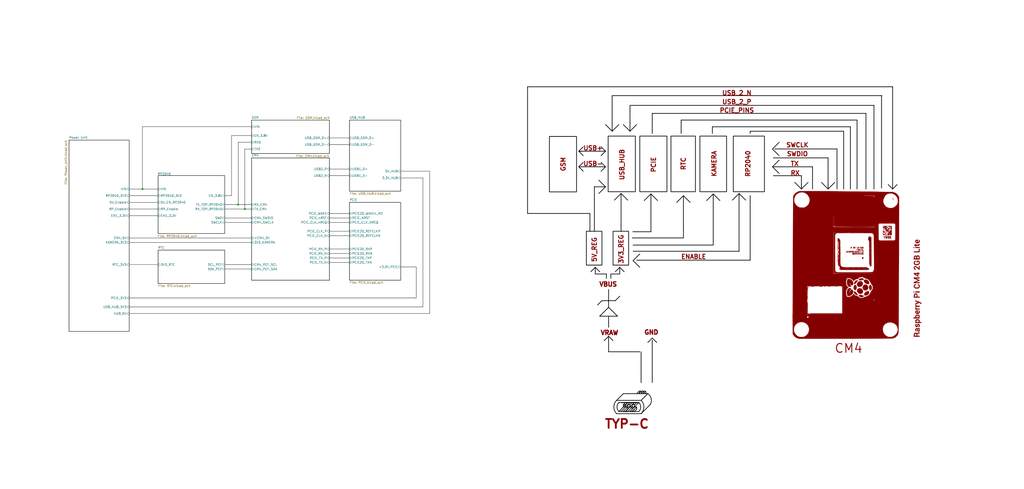
<source format=kicad_sch>
(kicad_sch (version 20231120) (generator "eeschema") (generator_version "8.0")
  (paper "User" 584.2 279.4)
  (title_block (title "CamTracker") (date "2022-09-20") (rev "REV1") (company "SmartEQ Bilisim"))
  (lib_symbols
    (symbol "CM4:LOGO" (pin_names (offset 1.016)))
  )
  (junction (at 139.7 119.38))
  (junction (at 81.28 107.95))
  (junction (at 135.89 116.84))
  (wire (pts (xy 135.89 81.28) (xy 143.51 81.28)) (stroke (width 0.1778) (color 0 0 0 1)))
  (polyline (pts (xy 363.2194 232.4439) (xy 360.6794 234.9839)) (stroke (width 0.381) (color 0 0 0 1)))
  (polyline (pts (xy 342.9 92.71) (xy 345.44 95.25)) (stroke (width 0.381) (color 0 0 0 1)))
  (polyline (pts (xy 356.87 231.14) (xy 355.6 231.14)) (stroke (width 0.381) (color 0 0 0 1)))
  (polyline (pts (xy 472.44 105.41) (xy 472.44 106.68)) (stroke (width 0.381) (color 0 0 0 1)))
  (polyline (pts (xy 363.22 148.59) (xy 427.99 148.59)) (stroke (width 0.381) (color 0 0 0 1)))
  (polyline (pts (xy 353.0594 234.9839) (xy 358.1394 229.9039)) (stroke (width 0.381) (color 0 0 0 1)))
  (polyline (pts (xy 354.3294 234.9839) (xy 364.4894 234.9839)) (stroke (width 0.381) (color 0 0 0 1)))
  (polyline (pts (xy 356.8694 234.9839) (xy 358.1394 233.7139)) (stroke (width 0.381) (color 0 0 0 1)))
  (polyline (pts (xy 403.098 114.554) (xy 406.908 110.744)) (stroke (width 0.381) (color 0 0 0 1)))
  (polyline (pts (xy 342.9 97.79) (xy 345.44 95.25)) (stroke (width 0.381) (color 0 0 0 1)))
  (polyline (pts (xy 356.87 231.14) (xy 355.6 231.14)) (stroke (width 0.381) (color 0 0 0 1)))
  (polyline (pts (xy 345.44 71.12) (xy 349.25 74.93)) (stroke (width 0.381) (color 0 0 0 1)))
  (polyline (pts (xy 358.1394 224.8239) (xy 367.0294 224.8239)) (stroke (width 0.381) (color 0 0 0 1)))
  (polyline (pts (xy 372.11 193.04) (xy 374.65 195.58)) (stroke (width 0.381) (color 0 0 0 1)))
  (polyline (pts (xy 441.198 90.17) (xy 472.44 90.17)) (stroke (width 0.381) (color 0 0 0 1)))
  (polyline (pts (xy 356.8694 234.9839) (xy 358.1394 234.9839)) (stroke (width 0.381) (color 0 0 0 1)))
  (polyline (pts (xy 389.89 129.54) (xy 389.89 135.89)) (stroke (width 0.381) (color 0 0 0 1)))
  (polyline (pts (xy 457.2 100.33) (xy 457.2 105.41)) (stroke (width 0.381) (color 0 0 0 1)))
  (polyline (pts (xy 356.87 232.41) (xy 356.87 231.14)) (stroke (width 0.381) (color 0 0 0 1)))
  (polyline (pts (xy 300.99 121.92) (xy 317.5 121.92)) (stroke (width 0.381) (color 0 0 0 1)))
  (wire (pts (xy 73.66 179.07) (xy 245.11 179.07)) (stroke (width 0.1778) (color 0 0 0 1)))
  (polyline (pts (xy 472.44 90.17) (xy 472.44 105.41)) (stroke (width 0.381) (color 0 0 0 1)))
  (polyline (pts (xy 345.948 156.464) (xy 345.948 159.004)) (stroke (width 0.381) (color 0 0 0 1)))
  (polyline (pts (xy 353.0594 234.9839) (xy 354.3294 234.9839)) (stroke (width 0.381) (color 0 0 0 1)))
  (wire (pts (xy 139.7 85.09) (xy 139.7 119.38)) (stroke (width 0.1778) (color 0 0 0 1)))
  (polyline (pts (xy 389.89 111.76) (xy 393.7 115.57)) (stroke (width 0.381) (color 0 0 0 1)))
  (polyline (pts (xy 360.6794 233.7139) (xy 359.4094 234.9839)) (stroke (width 0.381) (color 0 0 0 1)))
  (polyline (pts (xy 361.95 229.87) (xy 360.68 231.14)) (stroke (width 0.381) (color 0 0 0 1)))
  (polyline (pts (xy 364.49 229.87) (xy 354.33 229.87)) (stroke (width 0.381) (color 0 0 0 1)))
  (polyline (pts (xy 360.6794 234.9839) (xy 361.9494 233.7139)) (stroke (width 0.381) (color 0 0 0 1)))
  (polyline (pts (xy 347.218 192.024) (xy 349.758 194.564)) (stroke (width 0.381) (color 0 0 0 1)))
  (polyline (pts (xy 361.9494 232.4439) (xy 363.2194 232.4439)) (stroke (width 0.381) (color 0 0 0 1)))
  (polyline (pts (xy 339.598 156.464) (xy 345.948 156.464)) (stroke (width 0.381) (color 0 0 0 1)))
  (polyline (pts (xy 355.5994 234.9839) (xy 356.8694 234.9839)) (stroke (width 0.381) (color 0 0 0 1)))
  (polyline (pts (xy 372.11 64.77) (xy 494.03 64.77)) (stroke (width 0.381) (color 0 0 0 1)))
  (polyline (pts (xy 342.138 180.594) (xy 352.298 180.594)) (stroke (width 0.381) (color 0 0 0 1)))
  (wire (pts (xy 73.66 115.57) (xy 90.17 115.57)) (stroke (width 0.1778) (color 0 0 0 1)))
  (polyline (pts (xy 359.4094 232.4439) (xy 360.6794 232.4439)) (stroke (width 0.381) (color 0 0 0 1)))
  (polyline (pts (xy 440.69 95.25) (xy 444.5 99.06)) (stroke (width 0.381) (color 0 0 0 1)))
  (polyline (pts (xy 509.27 107.95) (xy 511.81 105.41)) (stroke (width 0.381) (color 0 0 0 1)))
  (polyline (pts (xy 453.39 104.14) (xy 457.2 107.95)) (stroke (width 0.381) (color 0 0 0 1)))
  (polyline (pts (xy 421.64 111.76) (xy 421.64 143.51)) (stroke (width 0.381) (color 0 0 0 1)))
  (wire (pts (xy 128.27 153.67) (xy 143.51 153.67)) (stroke (width 0.1778) (color 0 0 0 1)))
  (polyline (pts (xy 330.2 95.25) (xy 332.74 92.71)) (stroke (width 0.381) (color 0 0 0 1)))
  (polyline (pts (xy 406.4 72.39) (xy 406.4 76.2)) (stroke (width 0.381) (color 0 0 0 1)))
  (polyline (pts (xy 355.5994 224.8239) (xy 358.1394 224.8239)) (stroke (width 0.381) (color 0 0 0 1)))
  (wire (pts (xy 228.6 152.4) (xy 237.49 152.4)) (stroke (width 0.1778) (color 0 0 0 1)))
  (polyline (pts (xy 350.52 114.3) (xy 354.33 110.49)) (stroke (width 0.381) (color 0 0 0 1)))
  (polyline (pts (xy 371.348 110.744) (xy 371.348 132.334)) (stroke (width 0.381) (color 0 0 0 1)))
  (wire (pts (xy 187.96 147.32) (xy 199.39 147.32)) (stroke (width 0.1778) (color 0 0 0 1)))
  (polyline (pts (xy 339.598 152.654) (xy 339.598 156.464)) (stroke (width 0.381) (color 0 0 0 1)))
  (polyline (pts (xy 341.63 102.87) (xy 345.44 106.68)) (stroke (width 0.381) (color 0 0 0 1)))
  (wire (pts (xy 135.89 81.28) (xy 135.89 116.84)) (stroke (width 0.1778) (color 0 0 0 1)))
  (polyline (pts (xy 359.41 74.93) (xy 363.22 71.12)) (stroke (width 0.381) (color 0 0 0 1)))
  (polyline (pts (xy 340.868 174.244) (xy 343.408 171.704)) (stroke (width 0.381) (color 0 0 0 1)))
  (wire (pts (xy 187.96 134.62) (xy 199.39 134.62)) (stroke (width 0.1778) (color 0 0 0 1)))
  (wire (pts (xy 73.66 107.95) (xy 81.28 107.95)) (stroke (width 0.1778) (color 0 0 0 1)))
  (wire (pts (xy 187.96 144.78) (xy 199.39 144.78)) (stroke (width 0.1778) (color 0 0 0 1)))
  (polyline (pts (xy 509.27 49.53) (xy 509.27 106.68)) (stroke (width 0.381) (color 0 0 0 1)))
  (wire (pts (xy 132.08 77.47) (xy 132.08 111.76)) (stroke (width 0.1778) (color 0 0 0 1)))
  (polyline (pts (xy 359.41 231.14) (xy 358.14 231.14)) (stroke (width 0.381) (color 0 0 0 1)))
  (polyline (pts (xy 367.0294 224.8239) (xy 368.2994 223.5539)) (stroke (width 0.381) (color 0 0 0 1)))
  (polyline (pts (xy 386.08 115.57) (xy 389.89 111.76)) (stroke (width 0.381) (color 0 0 0 1)))
  (wire (pts (xy 187.96 100.33) (xy 199.39 100.33)) (stroke (width 0.1778) (color 0 0 0 1)))
  (polyline (pts (xy 343.408 171.704) (xy 347.218 171.704)) (stroke (width 0.381) (color 0 0 0 1)))
  (polyline (pts (xy 359.41 229.87) (xy 358.14 229.87)) (stroke (width 0.381) (color 0 0 0 1)))
  (polyline (pts (xy 300.99 49.53) (xy 509.27 49.53)) (stroke (width 0.381) (color 0 0 0 1)))
  (wire (pts (xy 241.3 101.6) (xy 241.3 175.26)) (stroke (width 0.1778) (color 0 0 0 1)))
  (wire (pts (xy 187.96 127) (xy 199.39 127)) (stroke (width 0.1778) (color 0 0 0 1)))
  (polyline (pts (xy 348.488 156.464) (xy 353.568 156.464)) (stroke (width 0.381) (color 0 0 0 1)))
  (polyline (pts (xy 330.2 86.36) (xy 332.74 88.9)) (stroke (width 0.381) (color 0 0 0 1)))
  (polyline (pts (xy 472.44 107.95) (xy 476.25 104.14)) (stroke (width 0.381) (color 0 0 0 1)))
  (polyline (pts (xy 389.89 112.014) (xy 389.89 129.54)) (stroke (width 0.381) (color 0 0 0 1)))
  (polyline (pts (xy 485.14 72.39) (xy 485.14 107.95)) (stroke (width 0.381) (color 0 0 0 1)))
  (polyline (pts (xy 361.188 148.844) (xy 364.998 152.654)) (stroke (width 0.381) (color 0 0 0 1)))
  (polyline (pts (xy 367.538 114.554) (xy 371.348 110.744)) (stroke (width 0.381) (color 0 0 0 1)))
  (polyline (pts (xy 353.568 152.654) (xy 353.568 156.464)) (stroke (width 0.381) (color 0 0 0 1)))
  (wire (pts (xy 73.66 119.38) (xy 90.17 119.38)) (stroke (width 0.1778) (color 0 0 0 1)))
  (polyline (pts (xy 353.568 152.654) (xy 356.108 155.194)) (stroke (width 0.381) (color 0 0 0 1)))
  (polyline (pts (xy 421.64 110.49) (xy 425.45 114.3)) (stroke (width 0.381) (color 0 0 0 1)))
  (polyline (pts (xy 372.11 194.31) (xy 372.11 218.4739)) (stroke (width 0.381) (color 0 0 0 1)))
  (polyline (pts (xy 358.1394 232.4439) (xy 355.5994 234.9839)) (stroke (width 0.381) (color 0 0 0 1)))
  (polyline (pts (xy 360.68 229.87) (xy 359.41 231.14)) (stroke (width 0.381) (color 0 0 0 1)))
  (polyline (pts (xy 317.5 121.92) (xy 336.55 121.92)) (stroke (width 0.381) (color 0 0 0 1)))
  (polyline (pts (xy 330.2 86.36) (xy 332.74 83.82)) (stroke (width 0.381) (color 0 0 0 1)))
  (polyline (pts (xy 353.0594 229.9039) (xy 364.4894 229.9039)) (stroke (width 0.381) (color 0 0 0 1)))
  (polyline (pts (xy 361.188 132.334) (xy 371.348 132.334)) (stroke (width 0.381) (color 0 0 0 1)))
  (polyline (pts (xy 509.27 106.68) (xy 509.27 107.95)) (stroke (width 0.381) (color 0 0 0 1)))
  (polyline (pts (xy 457.2 105.41) (xy 457.2 106.68)) (stroke (width 0.381) (color 0 0 0 1)))
  (polyline (pts (xy 339.09 106.68) (xy 345.44 106.68)) (stroke (width 0.381) (color 0 0 0 1)))
  (polyline (pts (xy 468.63 104.14) (xy 472.44 107.95)) (stroke (width 0.381) (color 0 0 0 1)))
  (polyline (pts (xy 440.69 85.09) (xy 444.5 81.28)) (stroke (width 0.381) (color 0 0 0 1)))
  (wire (pts (xy 139.7 119.38) (xy 143.51 119.38)) (stroke (width 0.1778) (color 0 0 0 1)))
  (wire (pts (xy 132.08 77.47) (xy 143.51 77.47)) (stroke (width 0.1778) (color 0 0 0 1)))
  (wire (pts (xy 81.28 107.95) (xy 90.17 107.95)) (stroke (width 0.1778) (color 0 0 0 1)))
  (polyline (pts (xy 349.25 54.61) (xy 349.25 74.93)) (stroke (width 0.381) (color 0 0 0 1)))
  (polyline (pts (xy 339.09 106.68) (xy 339.09 132.08)) (stroke (width 0.381) (color 0 0 0 1)))
  (polyline (pts (xy 347.218 175.514) (xy 352.298 180.594)) (stroke (width 0.381) (color 0 0 0 1)))
  (polyline (pts (xy 342.9 88.9) (xy 345.44 86.36)) (stroke (width 0.381) (color 0 0 0 1)))
  (polyline (pts (xy 361.95 229.87) (xy 360.68 229.87)) (stroke (width 0.381) (color 0 0 0 1)))
  (wire (pts (xy 128.27 124.46) (xy 143.51 124.46)) (stroke (width 0.1778) (color 0 0 0 1)))
  (polyline (pts (xy 351.028 155.194) (xy 353.568 152.654)) (stroke (width 0.381) (color 0 0 0 1)))
  (polyline (pts (xy 359.41 232.41) (xy 359.41 231.14)) (stroke (width 0.381) (color 0 0 0 1)))
  (wire (pts (xy 187.96 82.55) (xy 199.39 82.55)) (stroke (width 0.1778) (color 0 0 0 1)))
  (polyline (pts (xy 347.218 200.914) (xy 364.998 200.914)) (stroke (width 0.381) (color 0 0 0 1)))
  (polyline (pts (xy 365.7594 200.914) (xy 365.7594 218.4739)) (stroke (width 0.381) (color 0 0 0 1)))
  (polyline (pts (xy 498.602 60.198) (xy 498.602 107.95)) (stroke (width 0.381) (color 0 0 0 1)))
  (wire (pts (xy 187.96 121.92) (xy 199.39 121.92)) (stroke (width 0.1778) (color 0 0 0 1)))
  (polyline (pts (xy 440.69 95.25) (xy 444.5 91.44)) (stroke (width 0.381) (color 0 0 0 1)))
  (polyline (pts (xy 330.2 86.36) (xy 331.47 86.36)) (stroke (width 0.381) (color 0 0 0 1)))
  (polyline (pts (xy 347.218 180.594) (xy 347.218 184.404)) (stroke (width 0.381) (color 0 0 0 1)))
  (polyline (pts (xy 354.33 128.27) (xy 354.33 132.08)) (stroke (width 0.381) (color 0 0 0 1)))
  (polyline (pts (xy 354.3294 234.9839) (xy 356.8694 232.4439)) (stroke (width 0.381) (color 0 0 0 1)))
  (wire (pts (xy 128.27 111.76) (xy 132.08 111.76)) (stroke (width 0.1778) (color 0 0 0 1)))
  (polyline (pts (xy 358.1394 232.4439) (xy 358.1394 233.7139)) (stroke (width 0.381) (color 0 0 0 1)))
  (polyline (pts (xy 361.9494 232.4439) (xy 360.6794 233.7139)) (stroke (width 0.381) (color 0 0 0 1)))
  (polyline (pts (xy 388.62 68.58) (xy 488.95 68.58)) (stroke (width 0.381) (color 0 0 0 1)))
  (polyline (pts (xy 365.7594 228.6339) (xy 369.5694 224.8239)) (stroke (width 0.381) (color 0 0 0 1)))
  (wire (pts (xy 73.66 111.76) (xy 90.17 111.76)) (stroke (width 0.1778) (color 0 0 0 1)))
  (polyline (pts (xy 363.2194 232.4439) (xy 363.2194 233.7139)) (stroke (width 0.381) (color 0 0 0 1)))
  (wire (pts (xy 128.27 151.13) (xy 143.51 151.13)) (stroke (width 0.1778) (color 0 0 0 1)))
  (polyline (pts (xy 344.678 194.564) (xy 347.218 192.024)) (stroke (width 0.381) (color 0 0 0 1)))
  (polyline (pts (xy 330.2 95.25) (xy 345.44 95.25)) (stroke (width 0.381) (color 0 0 0 1)))
  (polyline (pts (xy 441.96 85.09) (xy 477.52 85.09)) (stroke (width 0.381) (color 0 0 0 1)))
  (polyline (pts (xy 359.41 232.41) (xy 359.41 231.14)) (stroke (width 0.381) (color 0 0 0 1)))
  (polyline (pts (xy 361.9494 234.9839) (xy 363.2194 233.7139)) (stroke (width 0.381) (color 0 0 0 1)))
  (polyline (pts (xy 472.44 106.68) (xy 472.44 107.95)) (stroke (width 0.381) (color 0 0 0 1)))
  (polyline (pts (xy 363.22 229.87) (xy 361.95 229.87)) (stroke (width 0.381) (color 0 0 0 1)))
  (polyline (pts (xy 360.68 135.89) (xy 389.89 135.89)) (stroke (width 0.381) (color 0 0 0 1)))
  (polyline (pts (xy 337.058 155.194) (xy 339.598 152.654)) (stroke (width 0.381) (color 0 0 0 1)))
  (polyline (pts (xy 372.11 64.77) (xy 372.11 76.2)) (stroke (width 0.381) (color 0 0 0 1)))
  (polyline (pts (xy 481.33 74.93) (xy 481.33 107.95)) (stroke (width 0.381) (color 0 0 0 1)))
  (polyline (pts (xy 371.348 110.744) (xy 371.348 110.744)) (stroke (width 0.381) (color 0 0 0 1)))
  (polyline (pts (xy 421.64 110.49) (xy 421.64 111.76)) (stroke (width 0.381) (color 0 0 0 1)))
  (polyline (pts (xy 356.8694 232.4439) (xy 358.1394 232.4439)) (stroke (width 0.381) (color 0 0 0 1)))
  (wire (pts (xy 81.28 72.39) (xy 143.51 72.39)) (stroke (width 0.1778) (color 0 0 0 1)))
  (polyline (pts (xy 361.188 148.844) (xy 364.998 145.034)) (stroke (width 0.381) (color 0 0 0 1)))
  (polyline (pts (xy 351.028 171.704) (xy 353.568 169.164)) (stroke (width 0.381) (color 0 0 0 1)))
  (polyline (pts (xy 331.47 86.36) (xy 345.44 86.36)) (stroke (width 0.381) (color 0 0 0 1)))
  (polyline (pts (xy 440.69 85.09) (xy 444.5 88.9)) (stroke (width 0.381) (color 0 0 0 1)))
  (polyline (pts (xy 339.598 152.654) (xy 342.138 155.194)) (stroke (width 0.381) (color 0 0 0 1)))
  (polyline (pts (xy 347.218 171.704) (xy 351.028 171.704)) (stroke (width 0.381) (color 0 0 0 1)))
  (polyline (pts (xy 441.198 95.25) (xy 463.55 95.25)) (stroke (width 0.381) (color 0 0 0 1)))
  (polyline (pts (xy 358.1394 234.9839) (xy 360.6794 232.4439)) (stroke (width 0.381) (color 0 0 0 1)))
  (polyline (pts (xy 406.4 72.39) (xy 485.14 72.39)) (stroke (width 0.381) (color 0 0 0 1)))
  (wire (pts (xy 187.96 96.52) (xy 199.39 96.52)) (stroke (width 0.1778) (color 0 0 0 1)))
  (polyline (pts (xy 358.14 229.87) (xy 356.87 229.87)) (stroke (width 0.381) (color 0 0 0 1)))
  (polyline (pts (xy 341.63 110.49) (xy 345.44 106.68)) (stroke (width 0.381) (color 0 0 0 1)))
  (wire (pts (xy 81.28 72.39) (xy 81.28 107.95)) (stroke (width 0.1778) (color 0 0 0 1)))
  (polyline (pts (xy 330.2 95.25) (xy 332.74 97.79)) (stroke (width 0.381) (color 0 0 0 1)))
  (polyline (pts (xy 336.55 121.92) (xy 336.55 132.08)) (stroke (width 0.381) (color 0 0 0 1)))
  (polyline (pts (xy 347.218 192.024) (xy 347.218 200.914)) (stroke (width 0.381) (color 0 0 0 1)))
  (wire (pts (xy 73.66 175.26) (xy 241.3 175.26)) (stroke (width 0.1778) (color 0 0 0 1)))
  (polyline (pts (xy 488.95 68.58) (xy 488.95 107.95)) (stroke (width 0.381) (color 0 0 0 1)))
  (polyline (pts (xy 361.188 143.51) (xy 421.64 143.51)) (stroke (width 0.381) (color 0 0 0 1)))
  (wire (pts (xy 228.6 101.6) (xy 241.3 101.6)) (stroke (width 0.1778) (color 0 0 0 1)))
  (polyline (pts (xy 361.95 231.14) (xy 360.68 231.14)) (stroke (width 0.381) (color 0 0 0 1)))
  (wire (pts (xy 128.27 116.84) (xy 135.89 116.84)) (stroke (width 0.1778) (color 0 0 0 1)))
  (polyline (pts (xy 427.99 74.93) (xy 481.33 74.93)) (stroke (width 0.381) (color 0 0 0 1)))
  (polyline (pts (xy 359.41 60.452) (xy 359.41 74.93)) (stroke (width 0.381) (color 0 0 0 1)))
  (polyline (pts (xy 356.87 229.87) (xy 355.6 231.14)) (stroke (width 0.381) (color 0 0 0 1)))
  (polyline (pts (xy 361.95 232.41) (xy 360.68 232.41)) (stroke (width 0.381) (color 0 0 0 1)))
  (polyline (pts (xy 427.99 111.76) (xy 427.99 148.59)) (stroke (width 0.381) (color 0 0 0 1)))
  (polyline (pts (xy 330.2 86.36) (xy 331.47 86.36)) (stroke (width 0.381) (color 0 0 0 1)))
  (polyline (pts (xy 406.908 110.744) (xy 410.718 114.554)) (stroke (width 0.381) (color 0 0 0 1)))
  (polyline (pts (xy 364.4894 224.8239) (xy 365.7594 223.5539)) (stroke (width 0.381) (color 0 0 0 1)))
  (polyline (pts (xy 351.7894 228.6339) (xy 353.0594 227.3639)) (stroke (width 0.381) (color 0 0 0 1)))
  (polyline (pts (xy 348.488 156.464) (xy 348.488 159.004)) (stroke (width 0.381) (color 0 0 0 1)))
  (polyline (pts (xy 300.99 49.53) (xy 300.99 121.92)) (stroke (width 0.381) (color 0 0 0 1)))
  (wire (pts (xy 187.96 132.08) (xy 199.39 132.08)) (stroke (width 0.1778) (color 0 0 0 1)))
  (polyline (pts (xy 457.2 107.95) (xy 461.01 104.14)) (stroke (width 0.381) (color 0 0 0 1)))
  (polyline (pts (xy 360.68 231.14) (xy 361.95 231.14)) (stroke (width 0.381) (color 0 0 0 1)))
  (polyline (pts (xy 441.198 100.33) (xy 457.2 100.33)) (stroke (width 0.381) (color 0 0 0 1)))
  (polyline (pts (xy 359.41 232.41) (xy 361.95 229.87)) (stroke (width 0.381) (color 0 0 0 1)))
  (wire (pts (xy 237.49 152.4) (xy 237.49 170.18)) (stroke (width 0.1778) (color 0 0 0 1)))
  (polyline (pts (xy 349.25 54.61) (xy 503.174 54.61)) (stroke (width 0.381) (color 0 0 0 1)))
  (polyline (pts (xy 365.7594 224.8239) (xy 367.0294 223.5539)) (stroke (width 0.381) (color 0 0 0 1)))
  (polyline (pts (xy 360.6794 232.4439) (xy 360.6794 233.7139)) (stroke (width 0.381) (color 0 0 0 1)))
  (polyline (pts (xy 369.57 195.58) (xy 372.11 193.04)) (stroke (width 0.381) (color 0 0 0 1)))
  (polyline (pts (xy 406.908 110.744) (xy 406.908 139.954)) (stroke (width 0.381) (color 0 0 0 1)))
  (polyline (pts (xy 457.2 106.68) (xy 457.2 107.95)) (stroke (width 0.381) (color 0 0 0 1)))
  (polyline (pts (xy 342.9 83.82) (xy 345.44 86.36)) (stroke (width 0.381) (color 0 0 0 1)))
  (polyline (pts (xy 361.95 231.14) (xy 363.22 229.87)) (stroke (width 0.381) (color 0 0 0 1)))
  (polyline (pts (xy 349.25 74.93) (xy 353.06 71.12)) (stroke (width 0.381) (color 0 0 0 1)))
  (polyline (pts (xy 361.188 132.334) (xy 361.188 132.334)) (stroke (width 0.381) (color 0 0 0 1)))
  (polyline (pts (xy 355.6 71.12) (xy 359.41 74.93)) (stroke (width 0.381) (color 0 0 0 1)))
  (wire (pts (xy 73.66 170.18) (xy 237.49 170.18)) (stroke (width 0.1778) (color 0 0 0 1)))
  (polyline (pts (xy 354.33 110.49) (xy 358.14 114.3)) (stroke (width 0.381) (color 0 0 0 1)))
  (polyline (pts (xy 358.14 232.41) (xy 358.14 231.14)) (stroke (width 0.381) (color 0 0 0 1)))
  (wire (pts (xy 73.66 138.43) (xy 143.51 138.43)) (stroke (width 0.1778) (color 0 0 0 1)))
  (polyline (pts (xy 358.14 229.87) (xy 356.87 231.14)) (stroke (width 0.381) (color 0 0 0 1)))
  (polyline (pts (xy 361.95 231.14) (xy 361.95 232.41)) (stroke (width 0.381) (color 0 0 0 1)))
  (polyline (pts (xy 358.14 231.14) (xy 359.41 229.87)) (stroke (width 0.381) (color 0 0 0 1)))
  (polyline (pts (xy 427.99 74.93) (xy 427.99 76.2)) (stroke (width 0.381) (color 0 0 0 1)))
  (wire (pts (xy 135.89 116.84) (xy 143.51 116.84)) (stroke (width 0.1778) (color 0 0 0 1)))
  (wire (pts (xy 73.66 135.89) (xy 143.51 135.89)) (stroke (width 0.1778) (color 0 0 0 1)))
  (polyline (pts (xy 356.87 232.41) (xy 358.14 231.14)) (stroke (width 0.381) (color 0 0 0 1)))
  (wire (pts (xy 187.96 124.46) (xy 199.39 124.46)) (stroke (width 0.1778) (color 0 0 0 1)))
  (wire (pts (xy 187.96 78.74) (xy 199.39 78.74)) (stroke (width 0.1778) (color 0 0 0 1)))
  (polyline (pts (xy 355.5994 224.8239) (xy 353.0594 227.3639)) (stroke (width 0.381) (color 0 0 0 1)))
  (polyline (pts (xy 365.7594 236.2539) (xy 370.8394 231.1739)) (stroke (width 0.381) (color 0 0 0 1)))
  (polyline (pts (xy 351.7894 236.2539) (xy 365.7594 236.2539)) (stroke (width 0.381) (color 0 0 0 1)))
  (wire (pts (xy 187.96 149.86) (xy 199.39 149.86)) (stroke (width 0.1778) (color 0 0 0 1)))
  (polyline (pts (xy 359.4094 234.9839) (xy 360.6794 234.9839)) (stroke (width 0.381) (color 0 0 0 1)))
  (wire (pts (xy 128.27 119.38) (xy 139.7 119.38)) (stroke (width 0.1778) (color 0 0 0 1)))
  (polyline (pts (xy 388.62 68.58) (xy 388.62 76.2)) (stroke (width 0.381) (color 0 0 0 1)))
  (polyline (pts (xy 358.14 232.41) (xy 359.41 232.41)) (stroke (width 0.381) (color 0 0 0 1)))
  (polyline (pts (xy 494.03 64.77) (xy 494.03 107.95)) (stroke (width 0.381) (color 0 0 0 1)))
  (polyline (pts (xy 351.7894 228.6339) (xy 365.7594 228.6339)) (stroke (width 0.381) (color 0 0 0 1)))
  (polyline (pts (xy 360.6794 234.9839) (xy 361.9494 234.9839)) (stroke (width 0.381) (color 0 0 0 1)))
  (polyline (pts (xy 506.73 105.41) (xy 509.27 107.95)) (stroke (width 0.381) (color 0 0 0 1)))
  (polyline (pts (xy 347.218 171.704) (xy 347.218 175.514)) (stroke (width 0.381) (color 0 0 0 1)))
  (polyline (pts (xy 502.92 54.61) (xy 502.92 107.442)) (stroke (width 0.381) (color 0 0 0 1)))
  (polyline (pts (xy 367.0294 224.8239) (xy 369.5694 224.8239)) (stroke (width 0.381) (color 0 0 0 1)))
  (polyline (pts (xy 417.83 114.3) (xy 421.64 110.49)) (stroke (width 0.381) (color 0 0 0 1)))
  (polyline (pts (xy 363.2194 224.8239) (xy 364.4894 223.5539)) (stroke (width 0.381) (color 0 0 0 1)))
  (wire (pts (xy 139.7 85.09) (xy 143.51 85.09)) (stroke (width 0.1778) (color 0 0 0 1)))
  (polyline (pts (xy 347.218 165.354) (xy 347.218 171.704)) (stroke (width 0.381) (color 0 0 0 1)))
  (polyline (pts (xy 360.68 231.14) (xy 360.68 232.41)) (stroke (width 0.381) (color 0 0 0 1)))
  (wire (pts (xy 245.11 97.79) (xy 245.11 179.07)) (stroke (width 0.1778) (color 0 0 0 1)))
  (polyline (pts (xy 347.218 184.404) (xy 347.218 186.944)) (stroke (width 0.381) (color 0 0 0 1)))
  (polyline (pts (xy 355.6 231.14) (xy 355.6 232.41)) (stroke (width 0.381) (color 0 0 0 1)))
  (wire (pts (xy 128.27 127) (xy 143.51 127)) (stroke (width 0.1778) (color 0 0 0 1)))
  (polyline (pts (xy 371.348 110.744) (xy 375.158 114.554)) (stroke (width 0.381) (color 0 0 0 1)))
  (wire (pts (xy 187.96 142.24) (xy 199.39 142.24)) (stroke (width 0.1778) (color 0 0 0 1)))
  (wire (pts (xy 228.6 97.79) (xy 245.11 97.79)) (stroke (width 0.1778) (color 0 0 0 1)))
  (polyline (pts (xy 354.33 110.744) (xy 354.33 128.27)) (stroke (width 0.381) (color 0 0 0 1)))
  (polyline (pts (xy 361.188 139.954) (xy 406.908 139.954)) (stroke (width 0.381) (color 0 0 0 1)))
  (wire (pts (xy 73.66 123.19) (xy 90.17 123.19)) (stroke (width 0.1778) (color 0 0 0 1)))
  (polyline (pts (xy 356.87 231.14) (xy 358.14 229.87)) (stroke (width 0.381) (color 0 0 0 1)))
  (polyline (pts (xy 364.49 229.87) (xy 361.95 232.41)) (stroke (width 0.381) (color 0 0 0 1)))
  (polyline (pts (xy 356.87 232.41) (xy 355.6 232.41)) (stroke (width 0.381) (color 0 0 0 1)))
  (polyline (pts (xy 359.4094 232.4439) (xy 356.8694 234.9839)) (stroke (width 0.381) (color 0 0 0 1)))
  (wire (pts (xy 73.66 151.13) (xy 90.17 151.13)) (stroke (width 0) (color 0 0 0 1)))
  (polyline (pts (xy 359.41 60.198) (xy 498.602 60.198)) (stroke (width 0.381) (color 0 0 0 1)))
  (polyline (pts (xy 477.52 85.09) (xy 477.52 107.95)) (stroke (width 0.381) (color 0 0 0 1)))
  (polyline (pts (xy 347.218 175.514) (xy 342.138 180.594)) (stroke (width 0.381) (color 0 0 0 1)))
  (polyline (pts (xy 463.55 95.25) (xy 463.55 107.95)) (stroke (width 0.381) (color 0 0 0 1)))
  (arc (start 368.2994 223.5539) (mid 368.5645 224.1903) (end 368.2994 224.8239) (stroke (width 0.381) (color 0 0 0 1)))
  (arc (start 365.7594 223.5539) (mid 366.0245 224.1903) (end 365.7594 224.8239) (stroke (width 0.381) (color 0 0 0 1)))
  (rectangle (start 349.758 132.08) (end 358.648 151.384) (stroke (width 0.381) (color 0 0 0 1)))
  (arc (start 367.0294 223.5539) (mid 367.2945 224.1903) (end 367.0294 224.8239) (stroke (width 0.381) (color 0 0 0 1)))
  (arc (start 351.7894 236.2539) (mid 350.2083 232.4439) (end 351.7894 228.6339) (stroke (width 0.381) (color 0 0 0 1)))
  (arc (start 353.0594 234.9839) (mid 352.0044 232.4439) (end 353.0594 229.9039) (stroke (width 0.381) (color 0 0 0 1)))
  (arc (start 367.0294 223.5539) (mid 367.6644 223.2909) (end 368.2994 223.5539) (stroke (width 0.381) (color 0 0 0 1)))
  (arc (start 365.7594 223.5539) (mid 366.3944 223.2909) (end 367.0294 223.5539) (stroke (width 0.381) (color 0 0 0 1)))
  (rectangle (start 334.518 132.08) (end 343.408 151.384) (stroke (width 0.381) (color 0 0 0 1)))
  (rectangle (start 399.288 77.724) (end 414.528 109.474) (stroke (width 0.381) (color 0 0 0 1)))
  (arc (start 365.7594 228.6339) (mid 367.3346 232.4439) (end 365.7594 236.2539) (stroke (width 0.381) (color 0 0 0 1)))
  (rectangle (start 364.998 77.724) (end 380.492 109.474) (stroke (width 0.381) (color 0 0 0 1)))
  (rectangle (start 313.436 77.941) (end 328.93 109.5932) (stroke (width 0.381) (color 0 0 0 1)))
  (arc (start 364.4894 223.5539) (mid 364.7545 224.1903) (end 364.4894 224.8239) (stroke (width 0.381) (color 0 0 0 1)))
  (rectangle (start 418.338 77.724) (end 436.118 109.474) (stroke (width 0.381) (color 0 0 0 1)))
  (rectangle (start 382.778 77.724) (end 396.748 109.474) (stroke (width 0.381) (color 0 0 0 1)))
  (arc (start 369.5694 224.8239) (mid 371.5152 227.7361) (end 370.8394 231.1739) (stroke (width 0.381) (color 0 0 0 1)))
  (arc (start 364.4894 223.5539) (mid 365.1244 223.2909) (end 365.7594 223.5539) (stroke (width 0.381) (color 0 0 0 1)))
  (arc (start 364.4894 229.9039) (mid 365.5386 232.4439) (end 364.4894 234.9839) (stroke (width 0.381) (color 0 0 0 1)))
  (rectangle (start 346.964 77.724) (end 362.458 109.474) (stroke (width 0.381) (color 0 0 0 1)))
  (text "PCIE" (at 372.872 94.234 90) (effects (font (size 2.54 2.54) (thickness 0.508) (bold yes))))
  (text "PCIE_PINS" (at 420.37 63.246 0) (effects (font (size 2.54 2.54) (thickness 0.508) (bold yes))))
  (text "GND" (at 371.602 189.992 0) (effects (font (size 2.54 2.54) (thickness 1.016) (bold yes))))
  (text "5V_REG" (at 339.09 142.748 90) (effects (font (size 2.54 2.54) (thickness 0.508) (bold yes))))
  (text "SWDIO" (at 454.914 88.138 0) (effects (font (size 2.54 2.54) (thickness 0.508) (bold yes))))
  (text "KAMERA" (at 407.416 93.726 90) (effects (font (size 2.54 2.54) (thickness 0.508) (bold yes))))
  (text "CM4" (at 484.124 199.136 0) (effects (font (size 5.08 5.08) (thickness 0.508) (bold yes))))
  (text "GSM" (at 321.31 93.98 90) (effects (font (size 2.54 2.54) (thickness 0.508) (bold yes))))
  (text "RTC" (at 389.89 93.726 90) (effects (font (size 2.54 2.54) (thickness 0.508) (bold yes))))
  (text "USB-" (at 338.328 93.726 0) (effects (font (size 2.54 2.54) (thickness 0.508) (bold yes))))
  (text "SWCLK" (at 454.914 83.058 0) (effects (font (size 2.54 2.54) (thickness 0.508) (bold yes))))
  (text "VRAW" (at 347.726 190.246 0) (effects (font (size 2.54 2.54) (thickness 1.016) (bold yes))))
  (text "VBUS" (at 346.964 162.56 0) (effects (font (size 2.54 2.54) (thickness 1.016) (bold yes))))
  (text "USB_HUB" (at 354.838 94.234 90) (effects (font (size 2.54 2.54) (thickness 0.508) (bold yes))))
  (text "USB+" (at 338.328 84.836 0) (effects (font (size 2.54 2.54) (thickness 0.508) (bold yes))))
  (text "RX" (at 453.644 99.06 0) (effects (font (size 2.54 2.54) (thickness 0.508) (bold yes))))
  (text "USB_2_N" (at 420.37 53.34 0) (effects (font (size 2.54 2.54) (thickness 0.508) (bold yes))))
  (text "USB_2_P" (at 420.37 58.42 0) (effects (font (size 2.54 2.54) (thickness 0.508) (bold yes))))
  (text "TYP-C" (at 357.632 242.316 0) (effects (font (size 5.08 5.08) (thickness 1.016) (bold yes))))
  (text "ENABLE" (at 395.732 146.812 0) (effects (font (size 2.54 2.54) (thickness 0.508) (bold yes))))
  (text "3V3_REG" (at 354.33 142.494 90) (effects (font (size 2.54 2.54) (thickness 0.508) (bold yes))))
  (text "TX" (at 453.39 93.726 0) (effects (font (size 2.54 2.54) (thickness 0.508) (bold yes))))
  (text "RP2040" (at 426.72 93.726 90) (effects (font (size 2.54 2.54) (thickness 0.508) (bold yes))))
  (symbol (lib_id "CM4:LOGO") (at 482.6 151.13 90) (unit 1)
    (property "Reference" "#G1" (effects (hide yes)))
    (property "Value" "LOGO" (effects (hide yes)))
  )
  (sheet (at 90.17 100.33) (size 38.1 33.02) (stroke (width 0.1524) (color 0 0 0 1))
    (property "Sheetname" "RP2040" (at 89.916 100.076 0) (effects (justify left bottom)))
    (property "Sheetfile" "RP2040.kicad_sch" (at 89.916 134.112 0) (effects (justify left top)))
    (pin "SWD" input (at 128.27 124.46 0))
    (pin "SWCLK" input (at 128.27 127 0))
    (pin "TX_TOP_RP2040" input (at 128.27 116.84 0))
    (pin "RX_TOP_RP2040" input (at 128.27 119.38 0))
    (pin "5V_EN_RP2040" input (at 90.17 115.57 180))
    (pin "VIN" input (at 90.17 107.95 180))
    (pin "RP2040_3V3" input (at 90.17 111.76 180))
    (pin "EN_3.8V" input (at 128.27 111.76 0))
    (pin "RP_Enable" input (at 90.17 119.38 180))
    (pin "EN1_3.3V" input (at 90.17 123.19 180))
  )
  (sheet (at 90.17 142.875) (size 38.1 19.05) (stroke (width 0.1524) (color 0 0 0 1))
    (property "Sheetname" "RTC" (at 90.17 142.1634 0) (effects (justify left bottom)))
    (property "Sheetfile" "RTC.kicad_sch" (at 90.17 162.5096 0) (effects (justify left top)))
    (pin "SCL_PCF" input (at 128.27 151.13 0))
    (pin "SDA_PCF" input (at 128.27 153.67 0))
    (pin "3V3_RTC" input (at 90.17 151.13 180))
  )
  (sheet (at 199.39 68.58) (size 29.21 40.64) (stroke (width 0.1524) (color 0 0 0 1))
    (property "Sheetname" "USB_HUB" (at 199.39 67.8684 0) (effects (justify left bottom)))
    (property "Sheetfile" "USB_HUB.kicad_sch" (at 199.39 109.8046 0) (effects (justify left top)))
    (pin "3.3V_HUB" input (at 228.6 101.6 0))
    (pin "USB_GSM_D-" input (at 199.39 82.55 180))
    (pin "USB_GSM_D+" input (at 199.39 78.74 180))
    (pin "USB1_D-" input (at 199.39 100.33 180))
    (pin "USB1_D+" input (at 199.39 96.52 180))
    (pin "5V_HUB" input (at 228.6 97.79 0))
  )
  (sheet (at 39.37 80.01) (size 34.29 109.22) (stroke (width 0.1524) (color 0 0 0 1))
    (property "Sheetname" "Power Unit" (at 39.37 79.2984 0) (effects (justify left bottom)))
    (property "Sheetfile" "Power_Unit.kicad_sch" (at 36.83 105.41 90) (effects (justify left top)))
    (pin "VIN" input (at 73.66 107.95 0))
    (pin "5V_Enable" input (at 73.66 115.57 0))
    (pin "KAMERA_3V3" input (at 73.66 138.43 0))
    (pin "USB_HUB_3V3" input (at 73.66 175.26 0))
    (pin "PCIE_3V3" input (at 73.66 170.18 0))
    (pin "CM4_5V" input (at 73.66 135.89 0))
    (pin "HUB_5V" input (at 73.66 179.07 0))
    (pin "RP2040_3V3" input (at 73.66 111.76 0))
    (pin "RTC_3V3" input (at 73.66 151.13 0))
    (pin "RP_Enable" input (at 73.66 119.38 0))
    (pin "EN1_3.3V" input (at 73.66 123.19 0))
  )
  (sheet (at 143.51 90.17) (size 44.45 69.85) (stroke (width 0.1524) (color 0 0 0 1))
    (property "Sheetname" "CM4" (at 143.51 89.4584 0) (effects (justify left bottom)))
    (property "Sheetfile" "CM4.kicad_sch" (at 168.91 88.392 0) (effects (justify left top)))
    (pin "CM4_SWDIO" input (at 143.51 124.46 180))
    (pin "CM4_SWCLK" input (at 143.51 127 180))
    (pin "RX_CM4" input (at 143.51 116.84 180))
    (pin "TX_CM4" input (at 143.51 119.38 180))
    (pin "CM4_PCF_SDA" input (at 143.51 153.67 180))
    (pin "CM4_PCF_SCL" input (at 143.51 151.13 180))
    (pin "3V3_KAMERA" input (at 143.51 138.43 180))
    (pin "USB2_N" input (at 187.96 100.33 0))
    (pin "USB2_P" input (at 187.96 96.52 0))
    (pin "PCIE_nRST" input (at 187.96 124.46 0))
    (pin "PCIE_CLK_N" input (at 187.96 134.62 0))
    (pin "PCIE_RX_N" input (at 187.96 144.78 0))
    (pin "PCIE_TX_P" input (at 187.96 147.32 0))
    (pin "PCIE_TX_N" input (at 187.96 149.86 0))
    (pin "PCIE_RX_P" input (at 187.96 142.24 0))
    (pin "PCIE_CLK_P" input (at 187.96 132.08 0))
    (pin "PCIE_CLK_nREQ" input (at 187.96 127 0))
    (pin "+CM4_5V" input (at 143.51 135.89 180))
    (pin "PCIE_WAKE" input (at 187.96 121.92 0))
  )
  (sheet (at 199.39 115.57) (size 29.21 44.45) (stroke (width 0.1524) (color 0 0 0 1))
    (property "Sheetname" "PCIE " (at 199.39 114.8584 0) (effects (justify left bottom)))
    (property "Sheetfile" "PCIE.kicad_sch" (at 199.39 160.6046 0) (effects (justify left top)))
    (pin "+3.3V_PCIE" input (at 228.6 152.4 0))
    (pin "PCIE_CLK_NREQ" input (at 199.39 127 180))
    (pin "PCIE_NRST" input (at 199.39 124.46 180))
    (pin "PCIE20_REFCLKP" input (at 199.39 132.08 180))
    (pin "PCIE20_RXN" input (at 199.39 144.78 180))
    (pin "PCIE20_RXP" input (at 199.39 142.24 180))
    (pin "PCIE20_REFCLKN" input (at 199.39 134.62 180))
    (pin "PCIE20_TXN" input (at 199.39 149.86 180))
    (pin "PCIE20_TXP" input (at 199.39 147.32 180))
    (pin "PCIE20_WAKEn_M2" input (at 199.39 121.92 180))
  )
  (sheet (at 143.51 68.58) (size 44.45 19.05) (stroke (width 0.1524) (color 0 0 0 1))
    (property "Sheetname" "GSM" (at 143.51 67.8684 0) (effects (justify left bottom)))
    (property "Sheetfile" "GSM.kicad_sch" (at 169.164 66.548 0) (effects (justify left top)))
    (pin "VIN" input (at 143.51 72.39 180))
    (pin "RXD" input (at 143.51 81.28 180))
    (pin "TXD" input (at 143.51 85.09 180))
    (pin "USB_GSM_D-" input (at 187.96 82.55 0))
    (pin "EN_3.8V" input (at 143.51 77.47 180))
    (pin "USB_GSM_D+" input (at 187.96 78.74 0))
  )
)
</source>
